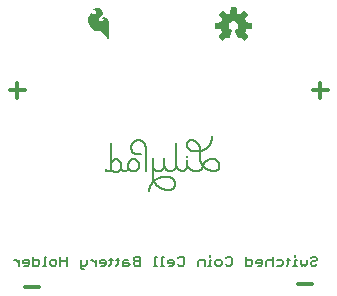
<source format=gbr>
G04 EAGLE Gerber RS-274X export*
G75*
%MOMM*%
%FSLAX34Y34*%
%LPD*%
%INSilkscreen Bottom*%
%IPPOS*%
%AMOC8*
5,1,8,0,0,1.08239X$1,22.5*%
G01*
%ADD10C,0.152400*%
%ADD11C,0.330200*%
%ADD12C,0.203200*%

G36*
X227760Y249828D02*
X227760Y249828D01*
X227868Y249838D01*
X227881Y249844D01*
X227895Y249846D01*
X227992Y249894D01*
X228091Y249939D01*
X228104Y249950D01*
X228113Y249954D01*
X228128Y249970D01*
X228205Y250032D01*
X230790Y252617D01*
X230853Y252706D01*
X230919Y252791D01*
X230924Y252804D01*
X230932Y252816D01*
X230963Y252919D01*
X230999Y253022D01*
X230999Y253036D01*
X231003Y253049D01*
X230999Y253157D01*
X231000Y253266D01*
X230995Y253279D01*
X230995Y253293D01*
X230957Y253395D01*
X230922Y253497D01*
X230913Y253512D01*
X230909Y253521D01*
X230895Y253538D01*
X230841Y253620D01*
X228077Y257010D01*
X228634Y258092D01*
X228640Y258112D01*
X228682Y258207D01*
X229053Y259366D01*
X233404Y259809D01*
X233508Y259837D01*
X233614Y259862D01*
X233626Y259869D01*
X233639Y259872D01*
X233729Y259933D01*
X233822Y259990D01*
X233830Y260001D01*
X233842Y260009D01*
X233908Y260095D01*
X233977Y260179D01*
X233981Y260192D01*
X233990Y260203D01*
X234024Y260306D01*
X234063Y260407D01*
X234064Y260425D01*
X234068Y260434D01*
X234068Y260456D01*
X234077Y260554D01*
X234077Y264210D01*
X234060Y264317D01*
X234046Y264425D01*
X234040Y264437D01*
X234038Y264451D01*
X233986Y264547D01*
X233939Y264644D01*
X233929Y264654D01*
X233923Y264666D01*
X233843Y264740D01*
X233767Y264817D01*
X233755Y264823D01*
X233745Y264833D01*
X233646Y264878D01*
X233549Y264926D01*
X233531Y264930D01*
X233522Y264934D01*
X233501Y264936D01*
X233404Y264955D01*
X229053Y265398D01*
X228682Y266557D01*
X228673Y266575D01*
X228671Y266582D01*
X228667Y266589D01*
X228634Y266672D01*
X228077Y267754D01*
X230841Y271144D01*
X230895Y271238D01*
X230952Y271330D01*
X230955Y271343D01*
X230962Y271355D01*
X230983Y271462D01*
X231008Y271567D01*
X231006Y271581D01*
X231009Y271595D01*
X230994Y271702D01*
X230984Y271810D01*
X230978Y271823D01*
X230976Y271837D01*
X230928Y271934D01*
X230883Y272033D01*
X230872Y272046D01*
X230868Y272055D01*
X230852Y272070D01*
X230790Y272147D01*
X228205Y274732D01*
X228116Y274795D01*
X228031Y274861D01*
X228018Y274866D01*
X228006Y274874D01*
X227903Y274905D01*
X227800Y274941D01*
X227786Y274941D01*
X227773Y274945D01*
X227665Y274941D01*
X227556Y274942D01*
X227543Y274937D01*
X227529Y274937D01*
X227427Y274899D01*
X227325Y274864D01*
X227310Y274855D01*
X227301Y274851D01*
X227284Y274837D01*
X227202Y274783D01*
X223812Y272019D01*
X222730Y272576D01*
X222710Y272582D01*
X222615Y272624D01*
X221456Y272995D01*
X221013Y277346D01*
X220985Y277450D01*
X220960Y277556D01*
X220953Y277568D01*
X220950Y277581D01*
X220889Y277671D01*
X220832Y277764D01*
X220821Y277772D01*
X220813Y277784D01*
X220727Y277850D01*
X220643Y277919D01*
X220630Y277923D01*
X220619Y277932D01*
X220516Y277966D01*
X220415Y278005D01*
X220397Y278006D01*
X220388Y278010D01*
X220366Y278010D01*
X220268Y278019D01*
X216612Y278019D01*
X216505Y278002D01*
X216397Y277988D01*
X216385Y277982D01*
X216371Y277980D01*
X216275Y277928D01*
X216178Y277881D01*
X216168Y277871D01*
X216156Y277865D01*
X216082Y277785D01*
X216005Y277709D01*
X215999Y277697D01*
X215989Y277687D01*
X215944Y277588D01*
X215896Y277491D01*
X215892Y277473D01*
X215888Y277464D01*
X215886Y277443D01*
X215867Y277346D01*
X215424Y272995D01*
X214265Y272624D01*
X214247Y272614D01*
X214150Y272576D01*
X213068Y272019D01*
X209678Y274783D01*
X209584Y274837D01*
X209492Y274894D01*
X209479Y274897D01*
X209467Y274904D01*
X209360Y274925D01*
X209255Y274950D01*
X209241Y274948D01*
X209227Y274951D01*
X209120Y274936D01*
X209012Y274926D01*
X208999Y274920D01*
X208986Y274918D01*
X208888Y274870D01*
X208789Y274825D01*
X208776Y274814D01*
X208767Y274810D01*
X208752Y274794D01*
X208675Y274732D01*
X206090Y272147D01*
X206027Y272058D01*
X205961Y271973D01*
X205956Y271960D01*
X205948Y271948D01*
X205917Y271845D01*
X205881Y271742D01*
X205881Y271728D01*
X205877Y271715D01*
X205881Y271607D01*
X205880Y271498D01*
X205885Y271485D01*
X205885Y271471D01*
X205923Y271369D01*
X205958Y271267D01*
X205967Y271252D01*
X205971Y271243D01*
X205985Y271226D01*
X206039Y271144D01*
X208803Y267754D01*
X208246Y266672D01*
X208240Y266652D01*
X208198Y266557D01*
X207827Y265398D01*
X203476Y264955D01*
X203372Y264927D01*
X203266Y264902D01*
X203254Y264895D01*
X203241Y264892D01*
X203151Y264831D01*
X203058Y264774D01*
X203050Y264763D01*
X203038Y264755D01*
X202972Y264669D01*
X202904Y264585D01*
X202899Y264572D01*
X202890Y264561D01*
X202856Y264458D01*
X202817Y264357D01*
X202816Y264339D01*
X202812Y264330D01*
X202813Y264308D01*
X202803Y264210D01*
X202803Y260554D01*
X202820Y260447D01*
X202834Y260339D01*
X202840Y260327D01*
X202842Y260313D01*
X202894Y260217D01*
X202941Y260120D01*
X202951Y260110D01*
X202957Y260098D01*
X203037Y260024D01*
X203113Y259947D01*
X203125Y259941D01*
X203136Y259931D01*
X203234Y259886D01*
X203331Y259838D01*
X203349Y259834D01*
X203358Y259830D01*
X203379Y259828D01*
X203476Y259809D01*
X207827Y259366D01*
X208198Y258207D01*
X208208Y258189D01*
X208246Y258092D01*
X208803Y257010D01*
X206039Y253620D01*
X205985Y253526D01*
X205928Y253434D01*
X205925Y253421D01*
X205918Y253409D01*
X205897Y253302D01*
X205872Y253197D01*
X205874Y253183D01*
X205871Y253169D01*
X205886Y253062D01*
X205896Y252954D01*
X205902Y252941D01*
X205904Y252928D01*
X205952Y252830D01*
X205997Y252731D01*
X206008Y252718D01*
X206012Y252709D01*
X206028Y252694D01*
X206090Y252617D01*
X208675Y250032D01*
X208764Y249969D01*
X208849Y249903D01*
X208862Y249898D01*
X208874Y249890D01*
X208977Y249859D01*
X209080Y249823D01*
X209094Y249823D01*
X209107Y249819D01*
X209215Y249823D01*
X209324Y249822D01*
X209337Y249827D01*
X209351Y249827D01*
X209453Y249865D01*
X209555Y249900D01*
X209570Y249909D01*
X209579Y249913D01*
X209596Y249927D01*
X209678Y249981D01*
X213068Y252745D01*
X214150Y252188D01*
X214203Y252171D01*
X214252Y252145D01*
X214318Y252134D01*
X214382Y252113D01*
X214438Y252114D01*
X214492Y252105D01*
X214559Y252116D01*
X214626Y252117D01*
X214678Y252135D01*
X214733Y252144D01*
X214793Y252176D01*
X214856Y252199D01*
X214899Y252233D01*
X214949Y252259D01*
X214995Y252308D01*
X215047Y252350D01*
X215078Y252397D01*
X215116Y252437D01*
X215172Y252542D01*
X215180Y252555D01*
X215181Y252560D01*
X215185Y252567D01*
X217338Y257764D01*
X217358Y257847D01*
X217363Y257860D01*
X217365Y257876D01*
X217390Y257961D01*
X217389Y257982D01*
X217394Y258002D01*
X217386Y258084D01*
X217387Y258103D01*
X217383Y258123D01*
X217379Y258204D01*
X217372Y258224D01*
X217370Y258245D01*
X217338Y258314D01*
X217332Y258341D01*
X217317Y258365D01*
X217291Y258432D01*
X217278Y258448D01*
X217269Y258467D01*
X217224Y258516D01*
X217204Y258548D01*
X217173Y258573D01*
X217135Y258619D01*
X217112Y258635D01*
X217102Y258645D01*
X217081Y258657D01*
X217016Y258702D01*
X217015Y258703D01*
X217014Y258704D01*
X216115Y259210D01*
X215428Y259854D01*
X214913Y260642D01*
X214601Y261530D01*
X214509Y262467D01*
X214642Y263399D01*
X214993Y264273D01*
X215542Y265038D01*
X216256Y265651D01*
X217096Y266076D01*
X218013Y266290D01*
X218954Y266280D01*
X219866Y266046D01*
X220696Y265603D01*
X221397Y264974D01*
X221929Y264197D01*
X222260Y263316D01*
X222373Y262381D01*
X222265Y261464D01*
X221945Y260596D01*
X221431Y259827D01*
X220752Y259200D01*
X219868Y258705D01*
X219826Y258672D01*
X219784Y258649D01*
X219753Y258616D01*
X219705Y258581D01*
X219693Y258565D01*
X219677Y258552D01*
X219642Y258497D01*
X219617Y258471D01*
X219604Y258441D01*
X219562Y258383D01*
X219556Y258364D01*
X219546Y258347D01*
X219527Y258272D01*
X219517Y258249D01*
X219514Y258225D01*
X219491Y258150D01*
X219492Y258130D01*
X219487Y258110D01*
X219494Y258024D01*
X219493Y258006D01*
X219496Y257990D01*
X219499Y257906D01*
X219507Y257881D01*
X219508Y257867D01*
X219518Y257845D01*
X219542Y257764D01*
X220471Y255521D01*
X220471Y255520D01*
X221402Y253273D01*
X221403Y253273D01*
X221695Y252567D01*
X221724Y252520D01*
X221745Y252468D01*
X221788Y252417D01*
X221824Y252360D01*
X221867Y252325D01*
X221903Y252282D01*
X221960Y252248D01*
X222012Y252205D01*
X222064Y252186D01*
X222112Y252157D01*
X222178Y252143D01*
X222241Y252119D01*
X222296Y252117D01*
X222350Y252106D01*
X222417Y252113D01*
X222484Y252111D01*
X222538Y252127D01*
X222593Y252134D01*
X222704Y252178D01*
X222718Y252182D01*
X222722Y252185D01*
X222730Y252188D01*
X223812Y252745D01*
X227202Y249981D01*
X227296Y249927D01*
X227388Y249870D01*
X227401Y249867D01*
X227413Y249860D01*
X227520Y249839D01*
X227625Y249814D01*
X227639Y249816D01*
X227653Y249813D01*
X227760Y249828D01*
G37*
G36*
X112445Y251390D02*
X112445Y251390D01*
X112471Y251391D01*
X112525Y251421D01*
X112583Y251443D01*
X112600Y251462D01*
X112623Y251474D01*
X112658Y251525D01*
X112700Y251570D01*
X112708Y251595D01*
X112723Y251616D01*
X112739Y251700D01*
X112750Y251736D01*
X112748Y251746D01*
X112750Y251758D01*
X112750Y265458D01*
X112746Y265478D01*
X112747Y265505D01*
X112647Y266305D01*
X112639Y266329D01*
X112636Y266362D01*
X112436Y267062D01*
X112417Y267096D01*
X112396Y267154D01*
X111796Y268154D01*
X111776Y268174D01*
X111708Y268255D01*
X111208Y268655D01*
X111203Y268657D01*
X111198Y268662D01*
X110798Y268962D01*
X110763Y268977D01*
X110711Y269011D01*
X110211Y269211D01*
X110182Y269215D01*
X110145Y269231D01*
X109645Y269331D01*
X109639Y269331D01*
X109633Y269333D01*
X109033Y269433D01*
X109006Y269431D01*
X108970Y269438D01*
X107770Y269438D01*
X107755Y269435D01*
X107740Y269437D01*
X107608Y269400D01*
X107601Y269399D01*
X107601Y269398D01*
X107600Y269398D01*
X107224Y269210D01*
X107200Y269198D01*
X107181Y269182D01*
X107157Y269173D01*
X107115Y269127D01*
X107067Y269087D01*
X107057Y269065D01*
X107040Y269046D01*
X107022Y268986D01*
X106996Y268929D01*
X106998Y268904D01*
X106990Y268880D01*
X107001Y268818D01*
X107004Y268756D01*
X107016Y268734D01*
X107020Y268709D01*
X107069Y268636D01*
X107087Y268604D01*
X107095Y268599D01*
X107101Y268589D01*
X107201Y268489D01*
X107233Y268469D01*
X107300Y268418D01*
X107700Y268218D01*
X107723Y268212D01*
X107750Y268197D01*
X107965Y268126D01*
X108438Y267653D01*
X108490Y267496D01*
X108490Y267220D01*
X108425Y267027D01*
X108275Y266800D01*
X107756Y266282D01*
X107361Y266124D01*
X106932Y266038D01*
X106217Y266038D01*
X105526Y266211D01*
X105030Y266542D01*
X104709Y266943D01*
X104550Y267420D01*
X104550Y267989D01*
X104797Y268647D01*
X105439Y269289D01*
X105444Y269298D01*
X105454Y269305D01*
X106254Y270205D01*
X106255Y270207D01*
X106256Y270208D01*
X106956Y271008D01*
X106972Y271037D01*
X107002Y271073D01*
X107502Y271973D01*
X107513Y272011D01*
X107541Y272076D01*
X107741Y272976D01*
X107741Y272978D01*
X107742Y272980D01*
X107741Y273009D01*
X107750Y273058D01*
X107750Y273858D01*
X107742Y273895D01*
X107731Y273978D01*
X107431Y274878D01*
X107412Y274909D01*
X107392Y274960D01*
X106892Y275760D01*
X106871Y275781D01*
X106803Y275858D01*
X105903Y276558D01*
X105879Y276569D01*
X105852Y276592D01*
X104752Y277192D01*
X104733Y277197D01*
X104719Y277207D01*
X104686Y277214D01*
X104638Y277232D01*
X103538Y277432D01*
X103509Y277431D01*
X103470Y277438D01*
X102470Y277438D01*
X102437Y277431D01*
X102388Y277429D01*
X101488Y277229D01*
X101455Y277213D01*
X101400Y277198D01*
X101394Y277195D01*
X100634Y276815D01*
X100000Y276498D01*
X99978Y276480D01*
X99942Y276462D01*
X99542Y276162D01*
X99527Y276144D01*
X99501Y276127D01*
X99401Y276027D01*
X99388Y276005D01*
X99368Y275989D01*
X99342Y275932D01*
X99310Y275880D01*
X99307Y275854D01*
X99297Y275830D01*
X99299Y275769D01*
X99293Y275707D01*
X99302Y275683D01*
X99303Y275657D01*
X99333Y275603D01*
X99355Y275545D01*
X99374Y275528D01*
X99386Y275505D01*
X99437Y275470D01*
X99482Y275428D01*
X99507Y275420D01*
X99528Y275405D01*
X99612Y275389D01*
X99648Y275378D01*
X99658Y275380D01*
X99670Y275378D01*
X99770Y275378D01*
X99785Y275381D01*
X99800Y275379D01*
X99932Y275416D01*
X99939Y275417D01*
X99939Y275418D01*
X99940Y275418D01*
X100060Y275478D01*
X100523Y275478D01*
X100878Y275389D01*
X100886Y275389D01*
X100895Y275385D01*
X101346Y275295D01*
X101669Y275133D01*
X101990Y274893D01*
X102141Y274667D01*
X102218Y274512D01*
X102290Y274296D01*
X102290Y273805D01*
X102217Y273514D01*
X101875Y273000D01*
X101320Y272446D01*
X100950Y272169D01*
X100679Y271988D01*
X100447Y271872D01*
X100337Y271817D01*
X99623Y271638D01*
X99432Y271638D01*
X99275Y271690D01*
X99083Y271883D01*
X99022Y272004D01*
X98950Y272220D01*
X98950Y273058D01*
X98938Y273109D01*
X98937Y273153D01*
X98929Y273167D01*
X98925Y273194D01*
X98915Y273209D01*
X98911Y273227D01*
X98869Y273278D01*
X98854Y273305D01*
X98846Y273310D01*
X98828Y273338D01*
X98812Y273347D01*
X98801Y273360D01*
X98737Y273389D01*
X98725Y273396D01*
X98712Y273405D01*
X98708Y273406D01*
X98677Y273423D01*
X98659Y273424D01*
X98642Y273431D01*
X98586Y273429D01*
X98570Y273432D01*
X98560Y273432D01*
X98550Y273430D01*
X98504Y273432D01*
X98485Y273425D01*
X98469Y273425D01*
X98435Y273406D01*
X98414Y273398D01*
X98392Y273393D01*
X98384Y273386D01*
X98368Y273380D01*
X97568Y272880D01*
X97541Y272853D01*
X97486Y272811D01*
X96686Y271911D01*
X96673Y271888D01*
X96649Y271862D01*
X95949Y270762D01*
X95937Y270728D01*
X95909Y270678D01*
X95409Y269178D01*
X95407Y269156D01*
X95396Y269128D01*
X95096Y267528D01*
X95098Y267492D01*
X95090Y267436D01*
X95190Y265736D01*
X95199Y265705D01*
X95202Y265661D01*
X95702Y263761D01*
X95720Y263729D01*
X95738Y263673D01*
X96738Y261873D01*
X96755Y261855D01*
X96770Y261825D01*
X97470Y260925D01*
X97486Y260911D01*
X97501Y260889D01*
X98301Y260089D01*
X98311Y260083D01*
X98320Y260072D01*
X99120Y259372D01*
X99145Y259358D01*
X99174Y259332D01*
X100174Y258732D01*
X100199Y258724D01*
X100229Y258705D01*
X101229Y258305D01*
X101248Y258302D01*
X101270Y258291D01*
X102370Y257991D01*
X102387Y257991D01*
X102408Y257983D01*
X103608Y257783D01*
X103634Y257785D01*
X103670Y257778D01*
X105539Y257778D01*
X106036Y257695D01*
X106934Y257156D01*
X107891Y256200D01*
X109081Y254811D01*
X109092Y254803D01*
X109101Y254789D01*
X110289Y253601D01*
X110778Y253015D01*
X110790Y253005D01*
X110801Y252989D01*
X111268Y252522D01*
X111544Y252062D01*
X111569Y252036D01*
X111601Y251989D01*
X112101Y251489D01*
X112123Y251476D01*
X112139Y251456D01*
X112196Y251430D01*
X112248Y251398D01*
X112274Y251395D01*
X112298Y251385D01*
X112359Y251387D01*
X112421Y251381D01*
X112445Y251390D01*
G37*
D10*
X283798Y65495D02*
X285112Y66809D01*
X287739Y66809D01*
X289052Y65495D01*
X289052Y64182D01*
X287739Y62868D01*
X285112Y62868D01*
X283798Y61555D01*
X283798Y60241D01*
X285112Y58928D01*
X287739Y58928D01*
X289052Y60241D01*
X280398Y60241D02*
X280398Y64182D01*
X280398Y60241D02*
X279085Y58928D01*
X277772Y60241D01*
X276458Y58928D01*
X275145Y60241D01*
X275145Y64182D01*
X271745Y64182D02*
X270432Y64182D01*
X270432Y58928D01*
X271745Y58928D02*
X269118Y58928D01*
X270432Y66809D02*
X270432Y68122D01*
X264662Y65495D02*
X264662Y60241D01*
X263349Y58928D01*
X263349Y64182D02*
X265976Y64182D01*
X258893Y64182D02*
X254953Y64182D01*
X258893Y64182D02*
X260207Y62868D01*
X260207Y60241D01*
X258893Y58928D01*
X254953Y58928D01*
X251553Y58928D02*
X251553Y66809D01*
X250240Y64182D02*
X251553Y62868D01*
X250240Y64182D02*
X247613Y64182D01*
X246300Y62868D01*
X246300Y58928D01*
X241586Y58928D02*
X238959Y58928D01*
X241586Y58928D02*
X242900Y60241D01*
X242900Y62868D01*
X241586Y64182D01*
X238959Y64182D01*
X237646Y62868D01*
X237646Y61555D01*
X242900Y61555D01*
X228992Y58928D02*
X228992Y66809D01*
X228992Y58928D02*
X232933Y58928D01*
X234246Y60241D01*
X234246Y62868D01*
X232933Y64182D01*
X228992Y64182D01*
X212999Y66809D02*
X211685Y65495D01*
X212999Y66809D02*
X215626Y66809D01*
X216939Y65495D01*
X216939Y60241D01*
X215626Y58928D01*
X212999Y58928D01*
X211685Y60241D01*
X206972Y58928D02*
X204345Y58928D01*
X203032Y60241D01*
X203032Y62868D01*
X204345Y64182D01*
X206972Y64182D01*
X208286Y62868D01*
X208286Y60241D01*
X206972Y58928D01*
X199632Y64182D02*
X198319Y64182D01*
X198319Y58928D01*
X199632Y58928D02*
X197005Y58928D01*
X198319Y66809D02*
X198319Y68122D01*
X193863Y64182D02*
X193863Y58928D01*
X193863Y64182D02*
X189923Y64182D01*
X188609Y62868D01*
X188609Y58928D01*
X172616Y66809D02*
X171302Y65495D01*
X172616Y66809D02*
X175243Y66809D01*
X176556Y65495D01*
X176556Y60241D01*
X175243Y58928D01*
X172616Y58928D01*
X171302Y60241D01*
X166589Y58928D02*
X163962Y58928D01*
X166589Y58928D02*
X167903Y60241D01*
X167903Y62868D01*
X166589Y64182D01*
X163962Y64182D01*
X162649Y62868D01*
X162649Y61555D01*
X167903Y61555D01*
X159249Y66809D02*
X157936Y66809D01*
X157936Y58928D01*
X159249Y58928D02*
X156622Y58928D01*
X153480Y66809D02*
X152167Y66809D01*
X152167Y58928D01*
X153480Y58928D02*
X150853Y58928D01*
X139057Y58928D02*
X139057Y66809D01*
X135117Y66809D01*
X133804Y65495D01*
X133804Y64182D01*
X135117Y62868D01*
X133804Y61555D01*
X133804Y60241D01*
X135117Y58928D01*
X139057Y58928D01*
X139057Y62868D02*
X135117Y62868D01*
X129090Y64182D02*
X126464Y64182D01*
X125150Y62868D01*
X125150Y58928D01*
X129090Y58928D01*
X130404Y60241D01*
X129090Y61555D01*
X125150Y61555D01*
X120437Y60241D02*
X120437Y65495D01*
X120437Y60241D02*
X119123Y58928D01*
X119123Y64182D02*
X121750Y64182D01*
X114668Y65495D02*
X114668Y60241D01*
X113354Y58928D01*
X113354Y64182D02*
X115981Y64182D01*
X108899Y58928D02*
X106272Y58928D01*
X108899Y58928D02*
X110212Y60241D01*
X110212Y62868D01*
X108899Y64182D01*
X106272Y64182D01*
X104958Y62868D01*
X104958Y61555D01*
X110212Y61555D01*
X101559Y58928D02*
X101559Y64182D01*
X101559Y61555D02*
X98932Y64182D01*
X97618Y64182D01*
X94347Y64182D02*
X94347Y60241D01*
X93034Y58928D01*
X89094Y58928D01*
X89094Y57615D02*
X89094Y64182D01*
X89094Y57615D02*
X90407Y56301D01*
X91721Y56301D01*
X77040Y58928D02*
X77040Y66809D01*
X77040Y62868D02*
X71787Y62868D01*
X71787Y58928D02*
X71787Y66809D01*
X67073Y58928D02*
X64447Y58928D01*
X63133Y60241D01*
X63133Y62868D01*
X64447Y64182D01*
X67073Y64182D01*
X68387Y62868D01*
X68387Y60241D01*
X67073Y58928D01*
X59733Y66809D02*
X58420Y66809D01*
X58420Y58928D01*
X59733Y58928D02*
X57106Y58928D01*
X48711Y58928D02*
X48711Y66809D01*
X48711Y58928D02*
X52651Y58928D01*
X53964Y60241D01*
X53964Y62868D01*
X52651Y64182D01*
X48711Y64182D01*
X43997Y58928D02*
X41370Y58928D01*
X43997Y58928D02*
X45311Y60241D01*
X45311Y62868D01*
X43997Y64182D01*
X41370Y64182D01*
X40057Y62868D01*
X40057Y61555D01*
X45311Y61555D01*
X36657Y58928D02*
X36657Y64182D01*
X36657Y61555D02*
X34030Y64182D01*
X32717Y64182D01*
D11*
X29157Y207780D02*
X41529Y207780D01*
X35343Y213966D02*
X35343Y201594D01*
X285697Y207780D02*
X298069Y207780D01*
X291883Y213966D02*
X291883Y201594D01*
X285163Y43696D02*
X272791Y43696D01*
X54023Y41156D02*
X41651Y41156D01*
D12*
X143888Y139448D02*
X143888Y160448D01*
X143873Y160594D01*
X143854Y160740D01*
X143831Y160885D01*
X143804Y161030D01*
X143773Y161174D01*
X143739Y161317D01*
X143700Y161459D01*
X143658Y161599D01*
X143613Y161739D01*
X143563Y161878D01*
X143510Y162015D01*
X143453Y162150D01*
X143393Y162284D01*
X143329Y162417D01*
X143261Y162547D01*
X143190Y162676D01*
X143116Y162803D01*
X143038Y162928D01*
X142957Y163051D01*
X142873Y163171D01*
X142786Y163289D01*
X142695Y163405D01*
X142602Y163519D01*
X142505Y163630D01*
X142406Y163738D01*
X142303Y163843D01*
X142198Y163946D01*
X142090Y164046D01*
X141980Y164143D01*
X141867Y164238D01*
X141752Y164329D01*
X141634Y164417D01*
X141514Y164501D01*
X141391Y164583D01*
X141267Y164661D01*
X141140Y164736D01*
X141012Y164808D01*
X140882Y164876D01*
X140750Y164941D01*
X140616Y165002D01*
X140480Y165059D01*
X140344Y165113D01*
X140205Y165163D01*
X140066Y165210D01*
X139925Y165253D01*
X139784Y165292D01*
X139641Y165327D01*
X139497Y165358D01*
X139353Y165386D01*
X139208Y165410D01*
X139062Y165430D01*
X138916Y165446D01*
X138769Y165458D01*
X138622Y165466D01*
X138475Y165470D01*
X138328Y165471D01*
X138181Y165467D01*
X138035Y165460D01*
X137888Y165448D01*
X137742Y165460D01*
X137595Y165467D01*
X137448Y165471D01*
X137301Y165470D01*
X137154Y165466D01*
X137007Y165458D01*
X136860Y165446D01*
X136714Y165430D01*
X136569Y165410D01*
X136423Y165386D01*
X136279Y165358D01*
X136135Y165327D01*
X135993Y165292D01*
X135851Y165253D01*
X135710Y165210D01*
X135571Y165163D01*
X135433Y165113D01*
X135296Y165059D01*
X135161Y165002D01*
X135027Y164940D01*
X134895Y164876D01*
X134764Y164808D01*
X134636Y164736D01*
X134510Y164661D01*
X134385Y164583D01*
X134263Y164501D01*
X134143Y164416D01*
X134025Y164328D01*
X133909Y164237D01*
X133796Y164143D01*
X133686Y164046D01*
X133578Y163946D01*
X133473Y163843D01*
X133371Y163738D01*
X133271Y163629D01*
X133175Y163518D01*
X133081Y163405D01*
X132991Y163289D01*
X132903Y163171D01*
X132819Y163050D01*
X132738Y162928D01*
X132661Y162803D01*
X132586Y162676D01*
X132515Y162547D01*
X132448Y162417D01*
X132384Y162284D01*
X132323Y162150D01*
X132267Y162015D01*
X132213Y161877D01*
X132164Y161739D01*
X132118Y161599D01*
X132076Y161458D01*
X132037Y161317D01*
X132003Y161174D01*
X131972Y161030D01*
X131945Y160885D01*
X131922Y160740D01*
X131903Y160594D01*
X131888Y160448D01*
X131888Y158448D01*
X131897Y158312D01*
X131910Y158177D01*
X131927Y158042D01*
X131947Y157908D01*
X131972Y157775D01*
X132000Y157642D01*
X132032Y157510D01*
X132068Y157379D01*
X132107Y157249D01*
X132151Y157120D01*
X132198Y156992D01*
X132248Y156866D01*
X132302Y156742D01*
X132360Y156619D01*
X132421Y156497D01*
X132486Y156378D01*
X132554Y156260D01*
X132625Y156145D01*
X132699Y156031D01*
X132777Y155920D01*
X132858Y155810D01*
X132942Y155704D01*
X133029Y155599D01*
X133119Y155498D01*
X133212Y155398D01*
X133308Y155302D01*
X133406Y155208D01*
X133507Y155117D01*
X133610Y155029D01*
X133716Y154944D01*
X133825Y154862D01*
X133935Y154784D01*
X134048Y154708D01*
X134163Y154636D01*
X134280Y154567D01*
X134399Y154501D01*
X134520Y154439D01*
X134643Y154380D01*
X134767Y154325D01*
X134892Y154273D01*
X135019Y154225D01*
X135148Y154181D01*
X135277Y154140D01*
X135408Y154103D01*
X135540Y154070D01*
X135672Y154040D01*
X135806Y154015D01*
X135940Y153993D01*
X136074Y153975D01*
X136210Y153960D01*
X136345Y153950D01*
X136481Y153944D01*
X136617Y153941D01*
X136752Y153942D01*
X136888Y153948D01*
X139888Y153948D01*
X129388Y143448D02*
X129373Y143331D01*
X129362Y143213D01*
X129355Y143095D01*
X129352Y142977D01*
X129353Y142859D01*
X129358Y142741D01*
X129367Y142623D01*
X129380Y142505D01*
X129397Y142389D01*
X129417Y142272D01*
X129442Y142157D01*
X129470Y142042D01*
X129502Y141928D01*
X129538Y141816D01*
X129578Y141704D01*
X129621Y141594D01*
X129668Y141486D01*
X129719Y141379D01*
X129773Y141274D01*
X129831Y141171D01*
X129892Y141070D01*
X129956Y140971D01*
X130024Y140874D01*
X130095Y140779D01*
X130169Y140687D01*
X130246Y140598D01*
X130326Y140511D01*
X130409Y140427D01*
X130495Y140345D01*
X130583Y140267D01*
X130674Y140191D01*
X130767Y140119D01*
X130863Y140049D01*
X130961Y139983D01*
X131061Y139921D01*
X131163Y139861D01*
X131267Y139805D01*
X131373Y139753D01*
X131481Y139704D01*
X131590Y139659D01*
X131701Y139617D01*
X131813Y139579D01*
X131926Y139545D01*
X132040Y139515D01*
X132155Y139489D01*
X132271Y139466D01*
X132388Y139448D01*
X134388Y139448D01*
X134519Y139464D01*
X134649Y139484D01*
X134778Y139508D01*
X134907Y139536D01*
X135035Y139568D01*
X135162Y139603D01*
X135288Y139642D01*
X135412Y139684D01*
X135536Y139730D01*
X135658Y139780D01*
X135778Y139833D01*
X135897Y139890D01*
X136014Y139950D01*
X136130Y140014D01*
X136243Y140081D01*
X136355Y140151D01*
X136464Y140224D01*
X136571Y140301D01*
X136676Y140380D01*
X136779Y140463D01*
X136879Y140548D01*
X136976Y140637D01*
X137071Y140728D01*
X137164Y140822D01*
X137253Y140919D01*
X137340Y141018D01*
X137424Y141119D01*
X137505Y141223D01*
X137582Y141330D01*
X137657Y141438D01*
X137728Y141549D01*
X137796Y141662D01*
X137861Y141776D01*
X137923Y141893D01*
X137981Y142011D01*
X138035Y142131D01*
X138086Y142252D01*
X138134Y142375D01*
X138178Y142499D01*
X138218Y142625D01*
X138255Y142751D01*
X138288Y142879D01*
X138317Y143007D01*
X138343Y143136D01*
X138364Y143266D01*
X138382Y143397D01*
X138396Y143528D01*
X138407Y143659D01*
X138413Y143791D01*
X138416Y143922D01*
X138415Y144054D01*
X138410Y144186D01*
X138401Y144317D01*
X138388Y144448D01*
X138401Y144579D01*
X138410Y144710D01*
X138415Y144842D01*
X138416Y144974D01*
X138413Y145105D01*
X138407Y145237D01*
X138396Y145368D01*
X138382Y145499D01*
X138364Y145630D01*
X138343Y145760D01*
X138317Y145889D01*
X138288Y146017D01*
X138255Y146145D01*
X138218Y146271D01*
X138178Y146397D01*
X138134Y146521D01*
X138086Y146644D01*
X138035Y146765D01*
X137981Y146885D01*
X137923Y147003D01*
X137861Y147120D01*
X137796Y147234D01*
X137728Y147347D01*
X137657Y147458D01*
X137582Y147566D01*
X137505Y147673D01*
X137424Y147777D01*
X137340Y147878D01*
X137253Y147977D01*
X137164Y148074D01*
X137071Y148168D01*
X136976Y148259D01*
X136879Y148348D01*
X136779Y148433D01*
X136676Y148516D01*
X136571Y148595D01*
X136464Y148672D01*
X136355Y148745D01*
X136243Y148815D01*
X136130Y148882D01*
X136014Y148946D01*
X135897Y149006D01*
X135778Y149063D01*
X135658Y149116D01*
X135536Y149166D01*
X135412Y149212D01*
X135288Y149254D01*
X135162Y149293D01*
X135035Y149328D01*
X134907Y149360D01*
X134778Y149388D01*
X134649Y149412D01*
X134519Y149432D01*
X134388Y149448D01*
X133388Y149448D01*
X133262Y149446D01*
X133137Y149440D01*
X133012Y149430D01*
X132887Y149416D01*
X132762Y149399D01*
X132638Y149377D01*
X132515Y149352D01*
X132393Y149322D01*
X132272Y149289D01*
X132152Y149252D01*
X132033Y149212D01*
X131916Y149167D01*
X131799Y149119D01*
X131685Y149067D01*
X131572Y149012D01*
X131461Y148953D01*
X131352Y148891D01*
X131245Y148825D01*
X131140Y148756D01*
X131037Y148684D01*
X130936Y148609D01*
X130838Y148530D01*
X130743Y148448D01*
X130650Y148364D01*
X130560Y148276D01*
X130472Y148186D01*
X130388Y148093D01*
X130306Y147998D01*
X130227Y147900D01*
X130152Y147799D01*
X130080Y147696D01*
X130011Y147591D01*
X129945Y147484D01*
X129883Y147375D01*
X129824Y147264D01*
X129769Y147151D01*
X129717Y147037D01*
X129669Y146920D01*
X129624Y146803D01*
X129584Y146684D01*
X129547Y146564D01*
X129514Y146443D01*
X129484Y146321D01*
X129459Y146198D01*
X129437Y146074D01*
X129420Y145949D01*
X129406Y145824D01*
X129396Y145699D01*
X129390Y145574D01*
X129388Y145448D01*
X129388Y143448D01*
X129411Y143337D01*
X129431Y143224D01*
X129447Y143112D01*
X129459Y142998D01*
X129468Y142885D01*
X129472Y142771D01*
X129473Y142657D01*
X129469Y142543D01*
X129462Y142430D01*
X129451Y142316D01*
X129436Y142203D01*
X129417Y142091D01*
X129395Y141980D01*
X129368Y141869D01*
X129338Y141759D01*
X129304Y141650D01*
X129267Y141543D01*
X129225Y141437D01*
X129180Y141332D01*
X129132Y141229D01*
X129080Y141128D01*
X129025Y141028D01*
X128966Y140930D01*
X128904Y140835D01*
X128839Y140742D01*
X128770Y140651D01*
X128699Y140562D01*
X128625Y140476D01*
X128547Y140392D01*
X128467Y140311D01*
X128384Y140233D01*
X128299Y140158D01*
X128211Y140085D01*
X128120Y140016D01*
X128028Y139950D01*
X127933Y139887D01*
X127836Y139828D01*
X127737Y139771D01*
X127636Y139718D01*
X127533Y139669D01*
X127429Y139623D01*
X127323Y139581D01*
X127216Y139542D01*
X127108Y139507D01*
X126998Y139476D01*
X126888Y139448D01*
X126785Y139422D01*
X126680Y139400D01*
X126575Y139382D01*
X126470Y139367D01*
X126364Y139357D01*
X126257Y139350D01*
X126151Y139348D01*
X126044Y139350D01*
X125938Y139355D01*
X125832Y139365D01*
X125726Y139378D01*
X125621Y139395D01*
X125516Y139417D01*
X125413Y139442D01*
X125310Y139471D01*
X125209Y139504D01*
X125109Y139540D01*
X125010Y139581D01*
X124913Y139625D01*
X124818Y139672D01*
X124724Y139724D01*
X124632Y139778D01*
X124543Y139836D01*
X124456Y139897D01*
X124371Y139962D01*
X124289Y140030D01*
X124209Y140100D01*
X124132Y140174D01*
X124057Y140250D01*
X123986Y140329D01*
X123918Y140411D01*
X123852Y140495D01*
X123790Y140582D01*
X123732Y140671D01*
X123676Y140762D01*
X123624Y140855D01*
X123576Y140950D01*
X123531Y141047D01*
X123490Y141145D01*
X123452Y141245D01*
X123418Y141346D01*
X123388Y141448D01*
X123388Y141948D01*
X123388Y144448D01*
X123394Y144584D01*
X123395Y144720D01*
X123392Y144855D01*
X123386Y144991D01*
X123376Y145127D01*
X123361Y145262D01*
X123343Y145396D01*
X123322Y145530D01*
X123296Y145664D01*
X123266Y145796D01*
X123233Y145928D01*
X123196Y146059D01*
X123155Y146189D01*
X123111Y146317D01*
X123063Y146444D01*
X123011Y146570D01*
X122956Y146694D01*
X122897Y146816D01*
X122835Y146937D01*
X122769Y147056D01*
X122700Y147173D01*
X122628Y147288D01*
X122553Y147401D01*
X122474Y147512D01*
X122392Y147620D01*
X122307Y147726D01*
X122219Y147829D01*
X122128Y147930D01*
X122034Y148029D01*
X121938Y148124D01*
X121839Y148217D01*
X121737Y148307D01*
X121633Y148394D01*
X121526Y148478D01*
X121417Y148559D01*
X121305Y148637D01*
X121192Y148711D01*
X121076Y148783D01*
X120958Y148851D01*
X120839Y148915D01*
X120717Y148976D01*
X120594Y149034D01*
X120470Y149088D01*
X120344Y149139D01*
X120216Y149186D01*
X120087Y149229D01*
X119957Y149268D01*
X119826Y149304D01*
X119694Y149336D01*
X119562Y149364D01*
X119428Y149389D01*
X119294Y149410D01*
X119159Y149426D01*
X119024Y149439D01*
X118888Y149448D01*
X118748Y149432D01*
X118608Y149412D01*
X118470Y149388D01*
X118331Y149361D01*
X118194Y149329D01*
X118058Y149294D01*
X117922Y149254D01*
X117788Y149211D01*
X117655Y149165D01*
X117523Y149114D01*
X117393Y149060D01*
X117265Y149002D01*
X117138Y148941D01*
X117013Y148876D01*
X116889Y148808D01*
X116768Y148736D01*
X116649Y148661D01*
X116532Y148582D01*
X116417Y148501D01*
X116304Y148416D01*
X116194Y148328D01*
X116087Y148237D01*
X115982Y148142D01*
X115880Y148045D01*
X115780Y147946D01*
X115683Y147843D01*
X115590Y147738D01*
X115499Y147630D01*
X115411Y147520D01*
X115327Y147407D01*
X115245Y147292D01*
X115167Y147175D01*
X115092Y147055D01*
X115021Y146934D01*
X114953Y146810D01*
X114888Y146685D01*
X114827Y146558D01*
X114770Y146429D01*
X114716Y146299D01*
X114666Y146167D01*
X114620Y146034D01*
X114577Y145899D01*
X114538Y145764D01*
X114503Y145627D01*
X114472Y145490D01*
X114445Y145352D01*
X114422Y145213D01*
X114402Y145073D01*
X114386Y144933D01*
X114375Y144793D01*
X114367Y144652D01*
X114363Y144511D01*
X114364Y144370D01*
X114368Y144229D01*
X114376Y144088D01*
X114388Y143948D01*
X114359Y143825D01*
X114334Y143701D01*
X114313Y143577D01*
X114296Y143452D01*
X114282Y143326D01*
X114273Y143200D01*
X114267Y143074D01*
X114265Y142948D01*
X114267Y142822D01*
X114273Y142696D01*
X114282Y142570D01*
X114296Y142444D01*
X114313Y142319D01*
X114334Y142195D01*
X114359Y142071D01*
X114388Y141948D01*
X114421Y141825D01*
X114457Y141703D01*
X114498Y141582D01*
X114542Y141463D01*
X114589Y141345D01*
X114641Y141228D01*
X114696Y141113D01*
X114754Y141000D01*
X114816Y140889D01*
X114881Y140780D01*
X114950Y140672D01*
X115022Y140567D01*
X115097Y140465D01*
X115175Y140364D01*
X115256Y140266D01*
X115341Y140171D01*
X115428Y140078D01*
X115518Y139988D01*
X115611Y139901D01*
X115706Y139816D01*
X115804Y139735D01*
X115905Y139657D01*
X116007Y139582D01*
X116112Y139510D01*
X116220Y139441D01*
X116329Y139376D01*
X116440Y139314D01*
X116553Y139256D01*
X116668Y139201D01*
X116785Y139149D01*
X116903Y139102D01*
X117022Y139058D01*
X117143Y139017D01*
X117265Y138981D01*
X117388Y138948D01*
X117517Y138907D01*
X117647Y138870D01*
X117779Y138837D01*
X117911Y138807D01*
X118044Y138781D01*
X118177Y138759D01*
X118312Y138740D01*
X118446Y138726D01*
X118581Y138715D01*
X118717Y138708D01*
X118852Y138705D01*
X118987Y138706D01*
X119123Y138711D01*
X119258Y138719D01*
X119393Y138732D01*
X119527Y138748D01*
X119661Y138768D01*
X119795Y138792D01*
X119927Y138820D01*
X120059Y138852D01*
X120190Y138887D01*
X120319Y138926D01*
X120448Y138969D01*
X120575Y139015D01*
X120701Y139065D01*
X120826Y139119D01*
X120948Y139176D01*
X121069Y139236D01*
X121189Y139300D01*
X121306Y139368D01*
X121422Y139439D01*
X121535Y139513D01*
X121647Y139590D01*
X121756Y139670D01*
X121862Y139754D01*
X121967Y139840D01*
X122068Y139929D01*
X122168Y140022D01*
X122264Y140117D01*
X122358Y140214D01*
X122449Y140315D01*
X122537Y140418D01*
X122622Y140523D01*
X122704Y140631D01*
X122783Y140741D01*
X122858Y140854D01*
X122931Y140968D01*
X123000Y141084D01*
X123066Y141203D01*
X123128Y141323D01*
X123187Y141445D01*
X123243Y141569D01*
X123295Y141694D01*
X123343Y141820D01*
X123388Y141948D01*
X114388Y141948D02*
X114388Y140948D01*
X114386Y140861D01*
X114380Y140774D01*
X114371Y140687D01*
X114358Y140601D01*
X114341Y140515D01*
X114320Y140430D01*
X114295Y140347D01*
X114267Y140264D01*
X114236Y140183D01*
X114201Y140103D01*
X114162Y140025D01*
X114120Y139948D01*
X114075Y139873D01*
X114026Y139801D01*
X113975Y139730D01*
X113920Y139662D01*
X113863Y139597D01*
X113802Y139534D01*
X113739Y139473D01*
X113674Y139416D01*
X113606Y139361D01*
X113535Y139310D01*
X113463Y139261D01*
X113388Y139216D01*
X113311Y139174D01*
X113233Y139135D01*
X113153Y139100D01*
X113072Y139069D01*
X112989Y139041D01*
X112906Y139016D01*
X112821Y138995D01*
X112735Y138978D01*
X112649Y138965D01*
X112562Y138956D01*
X112475Y138950D01*
X112388Y138948D01*
X112301Y138950D01*
X112214Y138956D01*
X112127Y138965D01*
X112041Y138978D01*
X111955Y138995D01*
X111870Y139016D01*
X111787Y139041D01*
X111704Y139069D01*
X111623Y139100D01*
X111543Y139135D01*
X111465Y139174D01*
X111388Y139216D01*
X111313Y139261D01*
X111241Y139310D01*
X111170Y139361D01*
X111102Y139416D01*
X111037Y139473D01*
X110974Y139534D01*
X110913Y139597D01*
X110856Y139662D01*
X110801Y139730D01*
X110750Y139801D01*
X110701Y139873D01*
X110656Y139948D01*
X110614Y140025D01*
X110575Y140103D01*
X110540Y140183D01*
X110509Y140264D01*
X110481Y140347D01*
X110456Y140430D01*
X110435Y140515D01*
X110418Y140601D01*
X110405Y140687D01*
X110396Y140774D01*
X110390Y140861D01*
X110388Y140948D01*
X114388Y142948D02*
X114388Y162948D01*
X179388Y151948D02*
X179388Y151448D01*
X187388Y155948D02*
X187702Y155952D01*
X188016Y155963D01*
X188330Y155982D01*
X188643Y156009D01*
X188955Y156043D01*
X189266Y156084D01*
X189577Y156134D01*
X189886Y156190D01*
X190193Y156254D01*
X190499Y156326D01*
X190803Y156405D01*
X191105Y156491D01*
X191405Y156584D01*
X191703Y156685D01*
X191998Y156793D01*
X192290Y156908D01*
X192580Y157030D01*
X192866Y157159D01*
X193149Y157294D01*
X193429Y157437D01*
X193706Y157586D01*
X193978Y157742D01*
X194247Y157905D01*
X194512Y158074D01*
X194773Y158249D01*
X195029Y158431D01*
X195281Y158618D01*
X195528Y158812D01*
X195771Y159012D01*
X196009Y159217D01*
X196241Y159429D01*
X196469Y159645D01*
X196691Y159867D01*
X196907Y160095D01*
X197119Y160327D01*
X197324Y160565D01*
X197524Y160808D01*
X197718Y161055D01*
X197905Y161307D01*
X198087Y161563D01*
X198262Y161824D01*
X198431Y162089D01*
X198594Y162358D01*
X198750Y162630D01*
X198899Y162907D01*
X199042Y163187D01*
X199177Y163470D01*
X199306Y163756D01*
X199428Y164046D01*
X199543Y164338D01*
X199651Y164633D01*
X199752Y164931D01*
X199845Y165231D01*
X199931Y165533D01*
X200010Y165837D01*
X200082Y166143D01*
X200146Y166450D01*
X200202Y166759D01*
X200252Y167070D01*
X200293Y167381D01*
X200327Y167693D01*
X200354Y168006D01*
X200373Y168320D01*
X200384Y168634D01*
X200388Y168948D01*
X187388Y155948D02*
X185888Y155948D01*
X185725Y155944D01*
X185562Y155943D01*
X185398Y155947D01*
X185235Y155955D01*
X185073Y155967D01*
X184910Y155982D01*
X184748Y156002D01*
X184586Y156025D01*
X184426Y156053D01*
X184265Y156084D01*
X184106Y156119D01*
X183947Y156158D01*
X183790Y156201D01*
X183633Y156247D01*
X183478Y156298D01*
X183324Y156352D01*
X183171Y156409D01*
X183020Y156471D01*
X182870Y156536D01*
X182722Y156605D01*
X182576Y156677D01*
X182431Y156753D01*
X182289Y156832D01*
X182148Y156915D01*
X182009Y157001D01*
X181872Y157090D01*
X181738Y157183D01*
X181606Y157278D01*
X181476Y157377D01*
X181349Y157479D01*
X181224Y157585D01*
X181102Y157693D01*
X180982Y157804D01*
X180865Y157918D01*
X180751Y158035D01*
X180640Y158154D01*
X180531Y158276D01*
X180426Y158401D01*
X180324Y158528D01*
X180225Y158658D01*
X180129Y158790D01*
X180036Y158924D01*
X179946Y159060D01*
X179860Y159199D01*
X179777Y159340D01*
X179698Y159482D01*
X179622Y159627D01*
X179549Y159773D01*
X179480Y159921D01*
X179415Y160071D01*
X179353Y160222D01*
X179295Y160374D01*
X179241Y160528D01*
X179190Y160683D01*
X179144Y160840D01*
X179101Y160997D01*
X179061Y161156D01*
X179026Y161315D01*
X178995Y161475D01*
X178967Y161636D01*
X178943Y161798D01*
X178923Y161960D01*
X178908Y162122D01*
X178896Y162285D01*
X178888Y162448D01*
X178890Y162555D01*
X178896Y162662D01*
X178905Y162769D01*
X178919Y162875D01*
X178936Y162981D01*
X178957Y163086D01*
X178981Y163190D01*
X179010Y163293D01*
X179042Y163395D01*
X179077Y163496D01*
X179116Y163596D01*
X179159Y163694D01*
X179205Y163791D01*
X179255Y163886D01*
X179308Y163979D01*
X179364Y164070D01*
X179424Y164159D01*
X179486Y164246D01*
X179552Y164330D01*
X179621Y164413D01*
X179692Y164492D01*
X179767Y164569D01*
X179844Y164644D01*
X179923Y164715D01*
X180006Y164784D01*
X180090Y164850D01*
X180177Y164912D01*
X180266Y164972D01*
X180357Y165028D01*
X180450Y165081D01*
X180545Y165131D01*
X180642Y165177D01*
X180740Y165220D01*
X180840Y165259D01*
X180941Y165294D01*
X181043Y165326D01*
X181146Y165355D01*
X181250Y165379D01*
X181355Y165400D01*
X181461Y165417D01*
X181567Y165431D01*
X181674Y165440D01*
X181781Y165446D01*
X181888Y165448D01*
X192388Y143448D02*
X192433Y143638D01*
X192483Y143826D01*
X192538Y144013D01*
X192597Y144199D01*
X192661Y144383D01*
X192729Y144566D01*
X192801Y144747D01*
X192878Y144926D01*
X192960Y145103D01*
X193046Y145279D01*
X193136Y145452D01*
X193230Y145622D01*
X193328Y145791D01*
X193431Y145957D01*
X193537Y146120D01*
X193648Y146281D01*
X193762Y146438D01*
X193880Y146593D01*
X194002Y146746D01*
X194128Y146895D01*
X194257Y147041D01*
X194390Y147183D01*
X194527Y147323D01*
X194666Y147459D01*
X194809Y147591D01*
X194956Y147720D01*
X195105Y147846D01*
X195257Y147967D01*
X195413Y148085D01*
X195571Y148199D01*
X195732Y148309D01*
X195895Y148415D01*
X196062Y148518D01*
X196230Y148615D01*
X196401Y148709D01*
X196574Y148799D01*
X196750Y148884D01*
X196927Y148965D01*
X197106Y149042D01*
X197287Y149114D01*
X197470Y149182D01*
X197655Y149245D01*
X197841Y149304D01*
X198028Y149358D01*
X198217Y149407D01*
X198406Y149452D01*
X198597Y149492D01*
X198789Y149528D01*
X198982Y149558D01*
X199175Y149584D01*
X199369Y149606D01*
X199563Y149622D01*
X199758Y149634D01*
X199952Y149641D01*
X200147Y149643D01*
X200342Y149640D01*
X200537Y149633D01*
X200732Y149621D01*
X200926Y149604D01*
X201120Y149582D01*
X201313Y149556D01*
X201506Y149524D01*
X201697Y149488D01*
X201888Y149448D01*
X182888Y165448D02*
X181888Y165448D01*
X182888Y165448D02*
X183057Y165446D01*
X183226Y165440D01*
X183395Y165430D01*
X183564Y165415D01*
X183732Y165397D01*
X183899Y165375D01*
X184066Y165348D01*
X184233Y165318D01*
X184398Y165283D01*
X184563Y165245D01*
X184727Y165202D01*
X184890Y165156D01*
X185051Y165105D01*
X185211Y165051D01*
X185370Y164993D01*
X185528Y164931D01*
X185684Y164866D01*
X185838Y164796D01*
X185990Y164723D01*
X186141Y164646D01*
X186290Y164566D01*
X186437Y164482D01*
X186581Y164394D01*
X186724Y164303D01*
X186864Y164209D01*
X187002Y164111D01*
X187138Y164010D01*
X187271Y163906D01*
X187402Y163798D01*
X187530Y163688D01*
X187655Y163574D01*
X187778Y163457D01*
X187897Y163338D01*
X188014Y163215D01*
X188128Y163090D01*
X188238Y162962D01*
X188346Y162831D01*
X188450Y162698D01*
X188551Y162562D01*
X188649Y162424D01*
X188743Y162284D01*
X188834Y162141D01*
X188922Y161997D01*
X189006Y161850D01*
X189086Y161701D01*
X189163Y161550D01*
X189236Y161398D01*
X189306Y161244D01*
X189371Y161088D01*
X189433Y160930D01*
X189491Y160771D01*
X189545Y160611D01*
X189596Y160450D01*
X189642Y160287D01*
X189685Y160123D01*
X189723Y159958D01*
X189758Y159793D01*
X189788Y159626D01*
X189815Y159459D01*
X189837Y159292D01*
X189855Y159124D01*
X189870Y158955D01*
X189880Y158786D01*
X189886Y158617D01*
X189888Y158448D01*
X201888Y149448D02*
X202030Y149425D01*
X202171Y149399D01*
X202312Y149370D01*
X202451Y149336D01*
X202590Y149298D01*
X202727Y149257D01*
X202864Y149212D01*
X202999Y149164D01*
X203133Y149112D01*
X203265Y149056D01*
X203396Y148996D01*
X203525Y148933D01*
X203652Y148867D01*
X203778Y148797D01*
X203901Y148724D01*
X204023Y148648D01*
X204142Y148568D01*
X204260Y148485D01*
X204375Y148399D01*
X204487Y148310D01*
X204597Y148217D01*
X204705Y148122D01*
X204810Y148024D01*
X204912Y147923D01*
X205012Y147820D01*
X205108Y147714D01*
X205202Y147605D01*
X205293Y147494D01*
X205380Y147380D01*
X205465Y147264D01*
X205546Y147145D01*
X205625Y147025D01*
X205700Y146902D01*
X205771Y146778D01*
X205839Y146652D01*
X205904Y146523D01*
X205965Y146393D01*
X206023Y146262D01*
X206077Y146129D01*
X206127Y145994D01*
X206174Y145859D01*
X206217Y145722D01*
X206257Y145584D01*
X206292Y145444D01*
X206324Y145304D01*
X206352Y145164D01*
X206377Y145022D01*
X206397Y144880D01*
X206414Y144737D01*
X206426Y144594D01*
X206435Y144451D01*
X206440Y144307D01*
X206441Y144164D01*
X206438Y144020D01*
X206431Y143877D01*
X206421Y143733D01*
X206406Y143590D01*
X206388Y143448D01*
X189888Y151448D02*
X189888Y158448D01*
X189888Y151448D02*
X189892Y151158D01*
X189902Y150868D01*
X189920Y150579D01*
X189944Y150290D01*
X189975Y150002D01*
X190014Y149714D01*
X190059Y149428D01*
X190112Y149142D01*
X190171Y148859D01*
X190237Y148576D01*
X190309Y148296D01*
X190389Y148017D01*
X190475Y147740D01*
X190568Y147465D01*
X190668Y147193D01*
X190774Y146923D01*
X190886Y146656D01*
X191006Y146391D01*
X191131Y146130D01*
X191263Y145871D01*
X191400Y145616D01*
X191544Y145364D01*
X191694Y145116D01*
X191850Y144872D01*
X192012Y144631D01*
X192180Y144395D01*
X192353Y144162D01*
X192532Y143934D01*
X192716Y143710D01*
X192906Y143491D01*
X193101Y143276D01*
X193301Y143066D01*
X193506Y142861D01*
X193716Y142661D01*
X193931Y142466D01*
X194150Y142276D01*
X194374Y142092D01*
X194602Y141913D01*
X194835Y141740D01*
X195071Y141572D01*
X195312Y141410D01*
X195556Y141254D01*
X195804Y141104D01*
X196056Y140960D01*
X196311Y140823D01*
X196570Y140691D01*
X196831Y140566D01*
X197096Y140446D01*
X197363Y140334D01*
X197633Y140228D01*
X197905Y140128D01*
X198180Y140035D01*
X198457Y139949D01*
X198736Y139869D01*
X199016Y139797D01*
X199299Y139731D01*
X199582Y139672D01*
X199868Y139619D01*
X200154Y139574D01*
X200442Y139535D01*
X200730Y139504D01*
X201019Y139480D01*
X201308Y139462D01*
X201598Y139452D01*
X201888Y139448D01*
X202016Y139443D01*
X202145Y139441D01*
X202274Y139443D01*
X202402Y139449D01*
X202530Y139459D01*
X202658Y139473D01*
X202786Y139491D01*
X202912Y139512D01*
X203038Y139537D01*
X203164Y139566D01*
X203288Y139599D01*
X203411Y139636D01*
X203533Y139676D01*
X203654Y139720D01*
X203774Y139768D01*
X203892Y139819D01*
X204008Y139874D01*
X204123Y139932D01*
X204235Y139994D01*
X204346Y140059D01*
X204455Y140127D01*
X204562Y140199D01*
X204667Y140273D01*
X204769Y140351D01*
X204869Y140432D01*
X204966Y140516D01*
X205061Y140603D01*
X205153Y140693D01*
X205243Y140785D01*
X205329Y140880D01*
X205413Y140978D01*
X205493Y141078D01*
X205571Y141181D01*
X205645Y141286D01*
X205717Y141393D01*
X205785Y141502D01*
X205849Y141613D01*
X205911Y141726D01*
X205969Y141841D01*
X206023Y141957D01*
X206074Y142075D01*
X206121Y142195D01*
X206164Y142316D01*
X206204Y142438D01*
X206241Y142562D01*
X206273Y142686D01*
X206302Y142811D01*
X206327Y142938D01*
X206348Y143064D01*
X206365Y143192D01*
X206378Y143320D01*
X206388Y143448D01*
X189888Y139948D02*
X189712Y139872D01*
X189534Y139800D01*
X189354Y139732D01*
X189173Y139668D01*
X188990Y139609D01*
X188806Y139555D01*
X188621Y139504D01*
X188435Y139459D01*
X188247Y139418D01*
X188059Y139381D01*
X187869Y139349D01*
X187679Y139322D01*
X187489Y139299D01*
X187297Y139280D01*
X187106Y139267D01*
X186914Y139258D01*
X186722Y139253D01*
X186530Y139254D01*
X186338Y139259D01*
X186146Y139268D01*
X185955Y139282D01*
X185764Y139301D01*
X185573Y139325D01*
X185383Y139353D01*
X185194Y139385D01*
X185006Y139422D01*
X184818Y139464D01*
X184632Y139510D01*
X184447Y139561D01*
X184263Y139616D01*
X184081Y139676D01*
X183900Y139740D01*
X183720Y139808D01*
X183542Y139881D01*
X183366Y139958D01*
X183193Y140039D01*
X183021Y140124D01*
X182851Y140214D01*
X182683Y140307D01*
X182518Y140405D01*
X182355Y140506D01*
X182194Y140612D01*
X182036Y140721D01*
X181881Y140834D01*
X181729Y140951D01*
X181579Y141072D01*
X181433Y141196D01*
X181289Y141323D01*
X181149Y141454D01*
X181012Y141588D01*
X180878Y141726D01*
X180747Y141867D01*
X180620Y142011D01*
X180497Y142158D01*
X180377Y142307D01*
X180260Y142460D01*
X180148Y142616D01*
X180039Y142774D01*
X179934Y142935D01*
X179833Y143098D01*
X179736Y143264D01*
X179643Y143431D01*
X179554Y143602D01*
X179469Y143774D01*
X179388Y143948D01*
X179388Y145448D02*
X179388Y148448D01*
X179388Y145448D02*
X179388Y143948D01*
X169888Y146448D02*
X169888Y162948D01*
X179388Y145448D02*
X179406Y145306D01*
X179421Y145163D01*
X179431Y145019D01*
X179438Y144876D01*
X179441Y144732D01*
X179440Y144589D01*
X179435Y144445D01*
X179426Y144302D01*
X179414Y144159D01*
X179397Y144016D01*
X179377Y143874D01*
X179352Y143732D01*
X179324Y143592D01*
X179292Y143452D01*
X179257Y143312D01*
X179217Y143174D01*
X179174Y143037D01*
X179127Y142902D01*
X179077Y142767D01*
X179023Y142634D01*
X178965Y142503D01*
X178904Y142373D01*
X178839Y142244D01*
X178771Y142118D01*
X178700Y141994D01*
X178625Y141871D01*
X178546Y141751D01*
X178465Y141632D01*
X178380Y141516D01*
X178293Y141402D01*
X178202Y141291D01*
X178108Y141182D01*
X178012Y141076D01*
X177912Y140973D01*
X177810Y140872D01*
X177705Y140774D01*
X177597Y140679D01*
X177487Y140586D01*
X177375Y140497D01*
X177260Y140411D01*
X177142Y140328D01*
X177023Y140248D01*
X176901Y140172D01*
X176778Y140099D01*
X176652Y140029D01*
X176525Y139963D01*
X176396Y139900D01*
X176265Y139840D01*
X176133Y139784D01*
X175999Y139732D01*
X175864Y139684D01*
X175727Y139639D01*
X175590Y139598D01*
X175451Y139560D01*
X175312Y139526D01*
X175171Y139497D01*
X175030Y139471D01*
X174888Y139448D01*
X174740Y139468D01*
X174592Y139493D01*
X174445Y139521D01*
X174298Y139553D01*
X174153Y139589D01*
X174008Y139629D01*
X173865Y139673D01*
X173723Y139720D01*
X173582Y139771D01*
X173442Y139826D01*
X173304Y139884D01*
X173168Y139946D01*
X173033Y140011D01*
X172900Y140080D01*
X172768Y140153D01*
X172639Y140229D01*
X172512Y140308D01*
X172387Y140391D01*
X172264Y140476D01*
X172144Y140565D01*
X172025Y140658D01*
X171910Y140753D01*
X171796Y140851D01*
X171686Y140952D01*
X171578Y141056D01*
X171473Y141163D01*
X171371Y141273D01*
X171271Y141385D01*
X171175Y141500D01*
X171082Y141617D01*
X170991Y141737D01*
X170904Y141859D01*
X170821Y141983D01*
X170740Y142109D01*
X170663Y142238D01*
X170589Y142368D01*
X170519Y142501D01*
X170452Y142635D01*
X170389Y142771D01*
X170329Y142908D01*
X170273Y143047D01*
X170221Y143188D01*
X170172Y143329D01*
X170127Y143472D01*
X170086Y143616D01*
X170048Y143761D01*
X170015Y143908D01*
X169985Y144054D01*
X169959Y144202D01*
X169937Y144350D01*
X169919Y144499D01*
X169905Y144648D01*
X169895Y144798D01*
X169888Y144948D01*
X169874Y145162D01*
X169864Y145376D01*
X169860Y145591D01*
X169860Y145805D01*
X169864Y146020D01*
X169874Y146234D01*
X169888Y146448D01*
X169888Y144948D02*
X169888Y144448D01*
X169886Y144308D01*
X169880Y144168D01*
X169870Y144028D01*
X169857Y143888D01*
X169839Y143749D01*
X169817Y143610D01*
X169792Y143473D01*
X169763Y143335D01*
X169730Y143199D01*
X169693Y143064D01*
X169652Y142930D01*
X169607Y142797D01*
X169559Y142665D01*
X169507Y142535D01*
X169452Y142406D01*
X169393Y142279D01*
X169330Y142153D01*
X169264Y142029D01*
X169195Y141908D01*
X169122Y141788D01*
X169045Y141670D01*
X168966Y141555D01*
X168883Y141441D01*
X168797Y141331D01*
X168708Y141222D01*
X168616Y141116D01*
X168521Y141013D01*
X168424Y140912D01*
X168323Y140815D01*
X168220Y140720D01*
X168114Y140628D01*
X168005Y140539D01*
X167895Y140453D01*
X167781Y140370D01*
X167666Y140291D01*
X167548Y140214D01*
X167428Y140141D01*
X167307Y140072D01*
X167183Y140006D01*
X167057Y139943D01*
X166930Y139884D01*
X166801Y139829D01*
X166671Y139777D01*
X166539Y139729D01*
X166406Y139684D01*
X166272Y139643D01*
X166137Y139606D01*
X166001Y139573D01*
X165863Y139544D01*
X165726Y139519D01*
X165587Y139497D01*
X165448Y139479D01*
X165308Y139466D01*
X165168Y139456D01*
X165028Y139450D01*
X164888Y139448D01*
X164748Y139450D01*
X164608Y139456D01*
X164468Y139466D01*
X164328Y139479D01*
X164189Y139497D01*
X164050Y139519D01*
X163913Y139544D01*
X163775Y139573D01*
X163639Y139606D01*
X163504Y139643D01*
X163370Y139684D01*
X163237Y139729D01*
X163105Y139777D01*
X162975Y139829D01*
X162846Y139884D01*
X162719Y139943D01*
X162593Y140006D01*
X162469Y140072D01*
X162348Y140141D01*
X162228Y140214D01*
X162110Y140291D01*
X161995Y140370D01*
X161881Y140453D01*
X161771Y140539D01*
X161662Y140628D01*
X161556Y140720D01*
X161453Y140815D01*
X161352Y140912D01*
X161255Y141013D01*
X161160Y141116D01*
X161068Y141222D01*
X160979Y141331D01*
X160893Y141441D01*
X160810Y141555D01*
X160731Y141670D01*
X160654Y141788D01*
X160581Y141908D01*
X160512Y142029D01*
X160446Y142153D01*
X160383Y142279D01*
X160324Y142406D01*
X160269Y142535D01*
X160217Y142665D01*
X160169Y142797D01*
X160124Y142930D01*
X160083Y143064D01*
X160046Y143199D01*
X160013Y143335D01*
X159984Y143473D01*
X159959Y143610D01*
X159937Y143749D01*
X159919Y143888D01*
X159906Y144028D01*
X159896Y144168D01*
X159890Y144308D01*
X159888Y144448D01*
X159888Y150448D01*
X159888Y144448D02*
X159886Y144308D01*
X159880Y144168D01*
X159870Y144028D01*
X159857Y143888D01*
X159839Y143749D01*
X159817Y143610D01*
X159792Y143473D01*
X159763Y143335D01*
X159730Y143199D01*
X159693Y143064D01*
X159652Y142930D01*
X159607Y142797D01*
X159559Y142665D01*
X159507Y142535D01*
X159452Y142406D01*
X159393Y142279D01*
X159330Y142153D01*
X159264Y142029D01*
X159195Y141908D01*
X159122Y141788D01*
X159045Y141670D01*
X158966Y141555D01*
X158883Y141441D01*
X158797Y141331D01*
X158708Y141222D01*
X158616Y141116D01*
X158521Y141013D01*
X158424Y140912D01*
X158323Y140815D01*
X158220Y140720D01*
X158114Y140628D01*
X158005Y140539D01*
X157895Y140453D01*
X157781Y140370D01*
X157666Y140291D01*
X157548Y140214D01*
X157428Y140141D01*
X157307Y140072D01*
X157183Y140006D01*
X157057Y139943D01*
X156930Y139884D01*
X156801Y139829D01*
X156671Y139777D01*
X156539Y139729D01*
X156406Y139684D01*
X156272Y139643D01*
X156137Y139606D01*
X156001Y139573D01*
X155863Y139544D01*
X155726Y139519D01*
X155587Y139497D01*
X155448Y139479D01*
X155308Y139466D01*
X155168Y139456D01*
X155028Y139450D01*
X154888Y139448D01*
X160888Y134448D02*
X160574Y134468D01*
X160259Y134481D01*
X159944Y134486D01*
X159629Y134483D01*
X159314Y134473D01*
X158999Y134456D01*
X158685Y134430D01*
X158372Y134398D01*
X158059Y134357D01*
X157748Y134309D01*
X157438Y134254D01*
X157129Y134191D01*
X156822Y134120D01*
X156517Y134043D01*
X156213Y133957D01*
X155912Y133865D01*
X155613Y133765D01*
X155317Y133658D01*
X155023Y133544D01*
X154732Y133423D01*
X154444Y133295D01*
X154160Y133160D01*
X153878Y133018D01*
X153601Y132870D01*
X153326Y132715D01*
X153056Y132553D01*
X152790Y132384D01*
X152527Y132210D01*
X152270Y132029D01*
X152016Y131841D01*
X151767Y131648D01*
X151523Y131449D01*
X151284Y131244D01*
X151050Y131033D01*
X150821Y130817D01*
X150597Y130595D01*
X150379Y130368D01*
X150166Y130135D01*
X149959Y129898D01*
X149758Y129656D01*
X149562Y129408D01*
X149373Y129157D01*
X149190Y128900D01*
X149013Y128640D01*
X148842Y128375D01*
X148678Y128106D01*
X148520Y127833D01*
X148369Y127556D01*
X148225Y127276D01*
X148088Y126993D01*
X147957Y126706D01*
X147834Y126416D01*
X147717Y126123D01*
X147608Y125828D01*
X147505Y125530D01*
X147410Y125230D01*
X147323Y124927D01*
X147242Y124622D01*
X147169Y124316D01*
X147104Y124008D01*
X147046Y123698D01*
X146995Y123387D01*
X146952Y123075D01*
X146916Y122762D01*
X146888Y122448D01*
X154888Y139448D02*
X154748Y139450D01*
X154608Y139456D01*
X154468Y139466D01*
X154328Y139479D01*
X154189Y139497D01*
X154050Y139519D01*
X153913Y139544D01*
X153775Y139573D01*
X153639Y139606D01*
X153504Y139643D01*
X153370Y139684D01*
X153237Y139729D01*
X153105Y139777D01*
X152975Y139829D01*
X152846Y139884D01*
X152719Y139943D01*
X152593Y140006D01*
X152469Y140072D01*
X152348Y140141D01*
X152228Y140214D01*
X152110Y140291D01*
X151995Y140370D01*
X151881Y140453D01*
X151771Y140539D01*
X151662Y140628D01*
X151556Y140720D01*
X151453Y140815D01*
X151352Y140912D01*
X151255Y141013D01*
X151160Y141116D01*
X151068Y141222D01*
X150979Y141331D01*
X150893Y141441D01*
X150810Y141555D01*
X150731Y141670D01*
X150654Y141788D01*
X150581Y141908D01*
X150512Y142029D01*
X150446Y142153D01*
X150383Y142279D01*
X150324Y142406D01*
X150269Y142535D01*
X150217Y142665D01*
X150169Y142797D01*
X150124Y142930D01*
X150083Y143064D01*
X150046Y143199D01*
X150013Y143335D01*
X149984Y143473D01*
X149959Y143610D01*
X149937Y143749D01*
X149919Y143888D01*
X149906Y144028D01*
X149896Y144168D01*
X149890Y144308D01*
X149888Y144448D01*
X149888Y150448D01*
X149888Y144448D02*
X149888Y136448D01*
X160888Y134448D02*
X162888Y134448D01*
X163040Y134446D01*
X163192Y134440D01*
X163344Y134431D01*
X163495Y134417D01*
X163646Y134400D01*
X163797Y134379D01*
X163947Y134354D01*
X164096Y134325D01*
X164244Y134293D01*
X164392Y134256D01*
X164539Y134217D01*
X164684Y134173D01*
X164829Y134125D01*
X164972Y134075D01*
X165114Y134020D01*
X165254Y133962D01*
X165393Y133900D01*
X165530Y133835D01*
X165666Y133766D01*
X165800Y133694D01*
X165932Y133619D01*
X166062Y133540D01*
X166190Y133458D01*
X166316Y133373D01*
X166439Y133284D01*
X166561Y133193D01*
X166680Y133098D01*
X166796Y133001D01*
X166910Y132900D01*
X167022Y132797D01*
X167131Y132691D01*
X167237Y132582D01*
X167340Y132470D01*
X167441Y132356D01*
X167538Y132240D01*
X167633Y132121D01*
X167724Y131999D01*
X167813Y131876D01*
X167898Y131750D01*
X167980Y131622D01*
X168059Y131492D01*
X168134Y131360D01*
X168206Y131226D01*
X168275Y131090D01*
X168340Y130953D01*
X168402Y130814D01*
X168460Y130674D01*
X168515Y130532D01*
X168565Y130389D01*
X168613Y130244D01*
X168657Y130099D01*
X168696Y129952D01*
X168733Y129804D01*
X168765Y129656D01*
X168794Y129507D01*
X168819Y129357D01*
X168840Y129206D01*
X168857Y129055D01*
X168871Y128904D01*
X168880Y128752D01*
X168886Y128600D01*
X168888Y128448D01*
X162888Y123448D02*
X162574Y123452D01*
X162260Y123463D01*
X161946Y123482D01*
X161633Y123509D01*
X161321Y123543D01*
X161010Y123584D01*
X160699Y123634D01*
X160390Y123690D01*
X160083Y123754D01*
X159777Y123826D01*
X159473Y123905D01*
X159171Y123991D01*
X158871Y124084D01*
X158573Y124185D01*
X158278Y124293D01*
X157986Y124408D01*
X157696Y124530D01*
X157410Y124659D01*
X157127Y124794D01*
X156847Y124937D01*
X156570Y125086D01*
X156298Y125242D01*
X156029Y125405D01*
X155764Y125574D01*
X155503Y125749D01*
X155247Y125931D01*
X154995Y126118D01*
X154748Y126312D01*
X154505Y126512D01*
X154267Y126717D01*
X154035Y126929D01*
X153807Y127145D01*
X153585Y127367D01*
X153369Y127595D01*
X153157Y127827D01*
X152952Y128065D01*
X152752Y128308D01*
X152558Y128555D01*
X152371Y128807D01*
X152189Y129063D01*
X152014Y129324D01*
X151845Y129589D01*
X151682Y129858D01*
X151526Y130130D01*
X151377Y130407D01*
X151234Y130687D01*
X151099Y130970D01*
X150970Y131256D01*
X150848Y131546D01*
X150733Y131838D01*
X150625Y132133D01*
X150524Y132431D01*
X150431Y132731D01*
X150345Y133033D01*
X150266Y133337D01*
X150194Y133643D01*
X150130Y133950D01*
X150074Y134259D01*
X150024Y134570D01*
X149983Y134881D01*
X149949Y135193D01*
X149922Y135506D01*
X149903Y135820D01*
X149892Y136134D01*
X149888Y136448D01*
X162888Y123448D02*
X163888Y123448D01*
X164028Y123450D01*
X164168Y123456D01*
X164308Y123466D01*
X164448Y123479D01*
X164587Y123497D01*
X164726Y123519D01*
X164863Y123544D01*
X165001Y123573D01*
X165137Y123606D01*
X165272Y123643D01*
X165406Y123684D01*
X165539Y123729D01*
X165671Y123777D01*
X165801Y123829D01*
X165930Y123884D01*
X166057Y123943D01*
X166183Y124006D01*
X166307Y124072D01*
X166428Y124141D01*
X166548Y124214D01*
X166666Y124291D01*
X166781Y124370D01*
X166895Y124453D01*
X167005Y124539D01*
X167114Y124628D01*
X167220Y124720D01*
X167323Y124815D01*
X167424Y124912D01*
X167521Y125013D01*
X167616Y125116D01*
X167708Y125222D01*
X167797Y125331D01*
X167883Y125441D01*
X167966Y125555D01*
X168045Y125670D01*
X168122Y125788D01*
X168195Y125908D01*
X168264Y126029D01*
X168330Y126153D01*
X168393Y126279D01*
X168452Y126406D01*
X168507Y126535D01*
X168559Y126665D01*
X168607Y126797D01*
X168652Y126930D01*
X168693Y127064D01*
X168730Y127199D01*
X168763Y127335D01*
X168792Y127473D01*
X168817Y127610D01*
X168839Y127749D01*
X168857Y127888D01*
X168870Y128028D01*
X168880Y128168D01*
X168886Y128308D01*
X168888Y128448D01*
X186388Y139448D02*
X186526Y139422D01*
X186665Y139401D01*
X186804Y139383D01*
X186944Y139368D01*
X187084Y139358D01*
X187225Y139352D01*
X187365Y139349D01*
X187506Y139350D01*
X187646Y139356D01*
X187786Y139365D01*
X187926Y139377D01*
X188066Y139394D01*
X188205Y139415D01*
X188343Y139439D01*
X188481Y139467D01*
X188618Y139499D01*
X188753Y139535D01*
X188888Y139575D01*
X189022Y139618D01*
X189154Y139665D01*
X189286Y139715D01*
X189415Y139769D01*
X189543Y139827D01*
X189670Y139888D01*
X189795Y139953D01*
X189918Y140021D01*
X190039Y140092D01*
X190158Y140167D01*
X190275Y140245D01*
X190389Y140326D01*
X190502Y140410D01*
X190612Y140497D01*
X190719Y140588D01*
X190825Y140681D01*
X190927Y140777D01*
X191027Y140876D01*
X191124Y140978D01*
X191218Y141082D01*
X191309Y141189D01*
X191398Y141298D01*
X191483Y141410D01*
X191565Y141524D01*
X191644Y141640D01*
X191720Y141758D01*
X191792Y141879D01*
X191861Y142001D01*
X191927Y142125D01*
X191989Y142251D01*
X192048Y142379D01*
X192104Y142508D01*
X192155Y142639D01*
X192203Y142771D01*
X192248Y142904D01*
X192288Y143039D01*
X192325Y143174D01*
X192359Y143311D01*
X192388Y143448D01*
M02*

</source>
